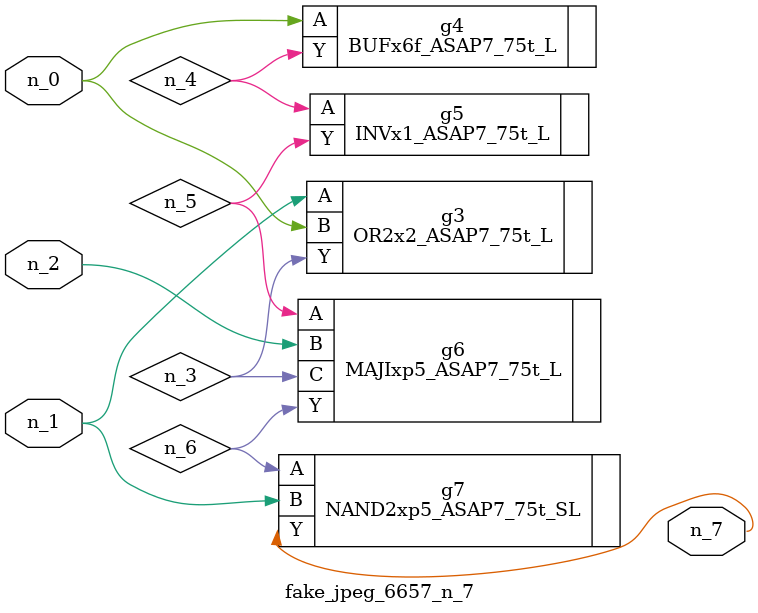
<source format=v>
module fake_jpeg_6657_n_7 (n_0, n_2, n_1, n_7);

input n_0;
input n_2;
input n_1;

output n_7;

wire n_3;
wire n_4;
wire n_6;
wire n_5;

OR2x2_ASAP7_75t_L g3 ( 
.A(n_1),
.B(n_0),
.Y(n_3)
);

BUFx6f_ASAP7_75t_L g4 ( 
.A(n_0),
.Y(n_4)
);

INVx1_ASAP7_75t_L g5 ( 
.A(n_4),
.Y(n_5)
);

MAJIxp5_ASAP7_75t_L g6 ( 
.A(n_5),
.B(n_2),
.C(n_3),
.Y(n_6)
);

NAND2xp5_ASAP7_75t_SL g7 ( 
.A(n_6),
.B(n_1),
.Y(n_7)
);


endmodule
</source>
